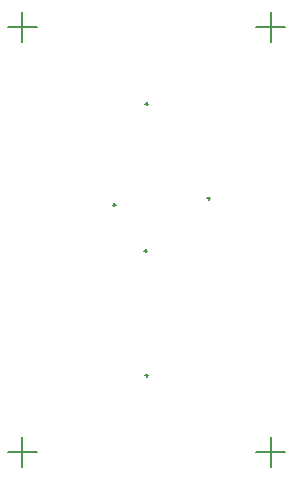
<source format=gbr>
G04*
G04 #@! TF.GenerationSoftware,Altium Limited,Altium Designer,23.10.1 (27)*
G04*
G04 Layer_Color=128*
%FSLAX44Y44*%
%MOMM*%
G71*
G04*
G04 #@! TF.SameCoordinates,2BD1216A-9774-42B0-94A2-F4FBBB1B66CC*
G04*
G04*
G04 #@! TF.FilePolarity,Positive*
G04*
G01*
G75*
%ADD12C,0.1270*%
D12*
X217500Y380000D02*
X242500D01*
X230000Y367500D02*
Y392500D01*
X7500Y380000D02*
X32500D01*
X20000Y367500D02*
Y392500D01*
X217500Y20000D02*
X242500D01*
X230000Y7500D02*
Y32500D01*
X7500Y20000D02*
X32500D01*
X20000Y7500D02*
Y32500D01*
X96226Y229400D02*
X98766D01*
X97496Y228130D02*
Y230670D01*
X123190Y190500D02*
X125730D01*
X124460Y189230D02*
Y191770D01*
X176530Y234950D02*
X179070D01*
X177800Y233680D02*
Y236220D01*
X123730Y315000D02*
X126270D01*
X125000Y313730D02*
Y316270D01*
X123730Y85000D02*
X126270D01*
X125000Y83730D02*
Y86270D01*
M02*

</source>
